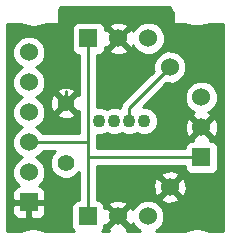
<source format=gbl>
G04 (created by PCBNEW (2013-07-07 BZR 4022)-stable) date 5/1/2015 4:40:17 PM*
%MOIN*%
G04 Gerber Fmt 3.4, Leading zero omitted, Abs format*
%FSLAX34Y34*%
G01*
G70*
G90*
G04 APERTURE LIST*
%ADD10C,0.00590551*%
%ADD11C,0.0433071*%
%ADD12R,0.06X0.06*%
%ADD13C,0.06*%
%ADD14C,0.055*%
%ADD15C,0.01*%
G04 APERTURE END LIST*
G54D10*
G54D11*
X15342Y-12038D03*
X14842Y-12038D03*
X14342Y-12038D03*
X13842Y-12038D03*
G54D12*
X13480Y-9288D03*
G54D13*
X14480Y-9288D03*
X15480Y-9288D03*
G54D12*
X13468Y-15220D03*
G54D13*
X14468Y-15220D03*
X15468Y-15220D03*
G54D12*
X17250Y-13250D03*
G54D13*
X17250Y-12250D03*
X17250Y-11250D03*
G54D12*
X11500Y-14750D03*
G54D13*
X11500Y-13750D03*
X11500Y-12750D03*
X11500Y-11750D03*
X11500Y-10750D03*
X11500Y-9750D03*
G54D14*
X12726Y-13440D03*
X12726Y-11440D03*
G54D13*
X16200Y-14240D03*
X16200Y-10240D03*
G54D15*
X12726Y-11440D02*
X12726Y-11060D01*
X12736Y-11050D02*
X12726Y-11050D01*
X12726Y-11060D02*
X12736Y-11050D01*
X12726Y-11050D02*
X12726Y-11244D01*
X11500Y-12750D02*
X13464Y-12750D01*
X13464Y-12750D02*
X13468Y-12746D01*
X13468Y-13136D02*
X13468Y-12746D01*
X13468Y-12746D02*
X13468Y-9300D01*
X13468Y-9300D02*
X13480Y-9288D01*
X13990Y-13250D02*
X13486Y-13250D01*
X13486Y-13250D02*
X13468Y-13268D01*
X13468Y-15220D02*
X13468Y-13268D01*
X13468Y-13268D02*
X13468Y-13136D01*
X15970Y-13250D02*
X13990Y-13250D01*
X17250Y-13250D02*
X15970Y-13250D01*
X14842Y-12038D02*
X14842Y-11598D01*
X14842Y-11598D02*
X16200Y-10240D01*
G54D10*
G36*
X17980Y-15700D02*
X17804Y-15700D01*
X17804Y-12331D01*
X17800Y-12238D01*
X17800Y-11141D01*
X17716Y-10938D01*
X17561Y-10784D01*
X17359Y-10700D01*
X17141Y-10699D01*
X16938Y-10783D01*
X16784Y-10938D01*
X16700Y-11140D01*
X16699Y-11358D01*
X16783Y-11561D01*
X16938Y-11715D01*
X17013Y-11747D01*
X16962Y-11768D01*
X16934Y-11864D01*
X17250Y-12179D01*
X17565Y-11864D01*
X17537Y-11768D01*
X17482Y-11749D01*
X17561Y-11716D01*
X17715Y-11561D01*
X17799Y-11359D01*
X17800Y-11141D01*
X17800Y-12238D01*
X17793Y-12113D01*
X17731Y-11962D01*
X17635Y-11934D01*
X17320Y-12250D01*
X17635Y-12565D01*
X17731Y-12537D01*
X17804Y-12331D01*
X17804Y-15700D01*
X17503Y-15700D01*
X17410Y-15661D01*
X17409Y-15661D01*
X17153Y-15610D01*
X17152Y-15610D01*
X17047Y-15610D01*
X16788Y-15661D01*
X16754Y-15676D01*
X16754Y-14321D01*
X16743Y-14103D01*
X16681Y-13952D01*
X16585Y-13924D01*
X16515Y-13995D01*
X16515Y-13854D01*
X16487Y-13758D01*
X16281Y-13685D01*
X16063Y-13696D01*
X15912Y-13758D01*
X15884Y-13854D01*
X16200Y-14169D01*
X16515Y-13854D01*
X16515Y-13995D01*
X16270Y-14240D01*
X16585Y-14555D01*
X16681Y-14527D01*
X16754Y-14321D01*
X16754Y-15676D01*
X16697Y-15700D01*
X16515Y-15700D01*
X16515Y-14625D01*
X16200Y-14310D01*
X16129Y-14381D01*
X16129Y-14240D01*
X15814Y-13924D01*
X15718Y-13952D01*
X15645Y-14158D01*
X15656Y-14376D01*
X15718Y-14527D01*
X15814Y-14555D01*
X16129Y-14240D01*
X16129Y-14381D01*
X15884Y-14625D01*
X15912Y-14721D01*
X16118Y-14794D01*
X16336Y-14783D01*
X16487Y-14721D01*
X16515Y-14625D01*
X16515Y-15700D01*
X15746Y-15700D01*
X15779Y-15686D01*
X15933Y-15531D01*
X16017Y-15329D01*
X16018Y-15111D01*
X15934Y-14908D01*
X15779Y-14754D01*
X15577Y-14670D01*
X15359Y-14669D01*
X15156Y-14753D01*
X15002Y-14908D01*
X14970Y-14983D01*
X14949Y-14932D01*
X14853Y-14904D01*
X14783Y-14975D01*
X14783Y-14834D01*
X14755Y-14738D01*
X14549Y-14665D01*
X14331Y-14676D01*
X14180Y-14738D01*
X14152Y-14834D01*
X14468Y-15149D01*
X14783Y-14834D01*
X14783Y-14975D01*
X14538Y-15220D01*
X14853Y-15535D01*
X14949Y-15507D01*
X14968Y-15452D01*
X15001Y-15531D01*
X15156Y-15685D01*
X15189Y-15700D01*
X14756Y-15700D01*
X14783Y-15605D01*
X14468Y-15290D01*
X14152Y-15605D01*
X14179Y-15700D01*
X13941Y-15700D01*
X13979Y-15661D01*
X14017Y-15569D01*
X14018Y-15516D01*
X14082Y-15535D01*
X14397Y-15220D01*
X14082Y-14904D01*
X14018Y-14923D01*
X14018Y-14870D01*
X13980Y-14778D01*
X13909Y-14708D01*
X13817Y-14670D01*
X13768Y-14670D01*
X13768Y-13550D01*
X13990Y-13550D01*
X15970Y-13550D01*
X16699Y-13550D01*
X16699Y-13599D01*
X16737Y-13691D01*
X16808Y-13761D01*
X16900Y-13799D01*
X16999Y-13800D01*
X17599Y-13800D01*
X17691Y-13762D01*
X17761Y-13691D01*
X17799Y-13599D01*
X17800Y-13500D01*
X17800Y-12900D01*
X17762Y-12808D01*
X17691Y-12738D01*
X17599Y-12700D01*
X17546Y-12699D01*
X17565Y-12635D01*
X17250Y-12320D01*
X17179Y-12391D01*
X17179Y-12250D01*
X16864Y-11934D01*
X16768Y-11962D01*
X16695Y-12168D01*
X16706Y-12386D01*
X16768Y-12537D01*
X16864Y-12565D01*
X17179Y-12250D01*
X17179Y-12391D01*
X16934Y-12635D01*
X16953Y-12699D01*
X16900Y-12699D01*
X16808Y-12737D01*
X16738Y-12808D01*
X16700Y-12900D01*
X16700Y-12950D01*
X15970Y-12950D01*
X13990Y-12950D01*
X13768Y-12950D01*
X13768Y-12746D01*
X13768Y-12504D01*
X13934Y-12504D01*
X14092Y-12439D01*
X14248Y-12504D01*
X14434Y-12504D01*
X14592Y-12439D01*
X14748Y-12504D01*
X14934Y-12504D01*
X15092Y-12439D01*
X15248Y-12504D01*
X15434Y-12504D01*
X15605Y-12433D01*
X15737Y-12302D01*
X15808Y-12131D01*
X15808Y-11945D01*
X15737Y-11774D01*
X15606Y-11642D01*
X15435Y-11571D01*
X15292Y-11571D01*
X16078Y-10785D01*
X16090Y-10789D01*
X16308Y-10790D01*
X16511Y-10706D01*
X16665Y-10551D01*
X16749Y-10349D01*
X16750Y-10131D01*
X16666Y-9928D01*
X16511Y-9774D01*
X16309Y-9690D01*
X16091Y-9689D01*
X16030Y-9715D01*
X16030Y-9179D01*
X15946Y-8976D01*
X15791Y-8822D01*
X15589Y-8738D01*
X15371Y-8737D01*
X15168Y-8821D01*
X15014Y-8976D01*
X14982Y-9051D01*
X14961Y-9000D01*
X14865Y-8972D01*
X14795Y-9043D01*
X14795Y-8902D01*
X14767Y-8806D01*
X14561Y-8733D01*
X14343Y-8744D01*
X14192Y-8806D01*
X14164Y-8902D01*
X14480Y-9217D01*
X14795Y-8902D01*
X14795Y-9043D01*
X14550Y-9288D01*
X14865Y-9603D01*
X14961Y-9575D01*
X14980Y-9520D01*
X15013Y-9599D01*
X15168Y-9753D01*
X15370Y-9837D01*
X15588Y-9838D01*
X15791Y-9754D01*
X15945Y-9599D01*
X16029Y-9397D01*
X16030Y-9179D01*
X16030Y-9715D01*
X15888Y-9773D01*
X15734Y-9928D01*
X15650Y-10130D01*
X15649Y-10348D01*
X15654Y-10360D01*
X14795Y-11220D01*
X14795Y-9673D01*
X14480Y-9358D01*
X14164Y-9673D01*
X14192Y-9769D01*
X14398Y-9842D01*
X14616Y-9831D01*
X14767Y-9769D01*
X14795Y-9673D01*
X14795Y-11220D01*
X14629Y-11385D01*
X14564Y-11483D01*
X14542Y-11598D01*
X14542Y-11615D01*
X14435Y-11571D01*
X14249Y-11571D01*
X14091Y-11636D01*
X13935Y-11571D01*
X13768Y-11571D01*
X13768Y-9838D01*
X13829Y-9838D01*
X13921Y-9800D01*
X13991Y-9729D01*
X14029Y-9637D01*
X14030Y-9584D01*
X14094Y-9603D01*
X14409Y-9288D01*
X14094Y-8972D01*
X14030Y-8991D01*
X14030Y-8938D01*
X13992Y-8846D01*
X13921Y-8776D01*
X13829Y-8738D01*
X13730Y-8737D01*
X13130Y-8737D01*
X13038Y-8775D01*
X12968Y-8846D01*
X12930Y-8938D01*
X12929Y-9037D01*
X12929Y-9637D01*
X12967Y-9729D01*
X13038Y-9799D01*
X13130Y-9837D01*
X13168Y-9837D01*
X13168Y-11162D01*
X13093Y-11142D01*
X13023Y-11213D01*
X13023Y-11072D01*
X12998Y-10979D01*
X12801Y-10910D01*
X12593Y-10921D01*
X12453Y-10979D01*
X12428Y-11072D01*
X12726Y-11369D01*
X13023Y-11072D01*
X13023Y-11213D01*
X12796Y-11440D01*
X13093Y-11737D01*
X13168Y-11717D01*
X13168Y-12450D01*
X13023Y-12450D01*
X13023Y-11807D01*
X12726Y-11510D01*
X12655Y-11581D01*
X12655Y-11440D01*
X12358Y-11142D01*
X12265Y-11167D01*
X12196Y-11364D01*
X12207Y-11572D01*
X12265Y-11712D01*
X12358Y-11737D01*
X12655Y-11440D01*
X12655Y-11581D01*
X12428Y-11807D01*
X12453Y-11900D01*
X12650Y-11969D01*
X12858Y-11958D01*
X12998Y-11900D01*
X13023Y-11807D01*
X13023Y-12450D01*
X11971Y-12450D01*
X11966Y-12438D01*
X11811Y-12284D01*
X11730Y-12250D01*
X11811Y-12216D01*
X11965Y-12061D01*
X12049Y-11859D01*
X12050Y-11641D01*
X11966Y-11438D01*
X11811Y-11284D01*
X11730Y-11250D01*
X11811Y-11216D01*
X11965Y-11061D01*
X12049Y-10859D01*
X12050Y-10641D01*
X11966Y-10438D01*
X11811Y-10284D01*
X11730Y-10250D01*
X11811Y-10216D01*
X11965Y-10061D01*
X12049Y-9859D01*
X12050Y-9641D01*
X11966Y-9438D01*
X11811Y-9284D01*
X11609Y-9200D01*
X11391Y-9199D01*
X11188Y-9283D01*
X11034Y-9438D01*
X10950Y-9640D01*
X10949Y-9858D01*
X11033Y-10061D01*
X11188Y-10215D01*
X11269Y-10249D01*
X11188Y-10283D01*
X11034Y-10438D01*
X10950Y-10640D01*
X10949Y-10858D01*
X11033Y-11061D01*
X11188Y-11215D01*
X11269Y-11249D01*
X11188Y-11283D01*
X11034Y-11438D01*
X10950Y-11640D01*
X10949Y-11858D01*
X11033Y-12061D01*
X11188Y-12215D01*
X11269Y-12249D01*
X11188Y-12283D01*
X11034Y-12438D01*
X10950Y-12640D01*
X10949Y-12858D01*
X11033Y-13061D01*
X11188Y-13215D01*
X11269Y-13249D01*
X11188Y-13283D01*
X11034Y-13438D01*
X10950Y-13640D01*
X10949Y-13858D01*
X11033Y-14061D01*
X11172Y-14200D01*
X11150Y-14200D01*
X11058Y-14238D01*
X10987Y-14308D01*
X10949Y-14400D01*
X10950Y-14637D01*
X11012Y-14700D01*
X11450Y-14700D01*
X11450Y-14692D01*
X11550Y-14692D01*
X11550Y-14700D01*
X11987Y-14700D01*
X12050Y-14637D01*
X12050Y-14400D01*
X12012Y-14308D01*
X11941Y-14238D01*
X11849Y-14200D01*
X11827Y-14200D01*
X11965Y-14061D01*
X12049Y-13859D01*
X12050Y-13641D01*
X11966Y-13438D01*
X11811Y-13284D01*
X11730Y-13250D01*
X11811Y-13216D01*
X11965Y-13061D01*
X11970Y-13050D01*
X12373Y-13050D01*
X12281Y-13142D01*
X12201Y-13335D01*
X12200Y-13543D01*
X12280Y-13737D01*
X12428Y-13884D01*
X12621Y-13964D01*
X12829Y-13965D01*
X13023Y-13885D01*
X13168Y-13740D01*
X13168Y-14669D01*
X13118Y-14669D01*
X13026Y-14707D01*
X12956Y-14778D01*
X12918Y-14870D01*
X12917Y-14969D01*
X12917Y-15569D01*
X12955Y-15661D01*
X12994Y-15700D01*
X12053Y-15700D01*
X12050Y-15698D01*
X12050Y-15099D01*
X12050Y-14862D01*
X11987Y-14800D01*
X11550Y-14800D01*
X11550Y-15237D01*
X11612Y-15300D01*
X11750Y-15300D01*
X11849Y-15299D01*
X11941Y-15261D01*
X12012Y-15191D01*
X12050Y-15099D01*
X12050Y-15698D01*
X11960Y-15661D01*
X11959Y-15661D01*
X11703Y-15610D01*
X11702Y-15610D01*
X11597Y-15610D01*
X11450Y-15639D01*
X11450Y-15237D01*
X11450Y-14800D01*
X11012Y-14800D01*
X10950Y-14862D01*
X10949Y-15099D01*
X10987Y-15191D01*
X11058Y-15261D01*
X11150Y-15299D01*
X11249Y-15300D01*
X11387Y-15300D01*
X11450Y-15237D01*
X11450Y-15639D01*
X11338Y-15661D01*
X11247Y-15700D01*
X10769Y-15700D01*
X10769Y-8800D01*
X11237Y-8800D01*
X11240Y-8801D01*
X11241Y-8802D01*
X11338Y-8843D01*
X11597Y-8894D01*
X11702Y-8894D01*
X11703Y-8894D01*
X11959Y-8843D01*
X11960Y-8843D01*
X12057Y-8802D01*
X12062Y-8800D01*
X12516Y-8800D01*
X12516Y-8319D01*
X12538Y-8266D01*
X12542Y-8246D01*
X16205Y-8246D01*
X16206Y-8254D01*
X16206Y-8255D01*
X16247Y-8352D01*
X16308Y-8444D01*
X16308Y-8800D01*
X16704Y-8800D01*
X16783Y-8833D01*
X16984Y-8873D01*
X17033Y-8883D01*
X17033Y-8883D01*
X17037Y-8883D01*
X17042Y-8884D01*
X17103Y-8884D01*
X17138Y-8885D01*
X17141Y-8884D01*
X17147Y-8884D01*
X17148Y-8884D01*
X17202Y-8873D01*
X17395Y-8838D01*
X17395Y-8838D01*
X17491Y-8800D01*
X17980Y-8800D01*
X17980Y-15700D01*
X17980Y-15700D01*
G37*
G54D15*
X17980Y-15700D02*
X17804Y-15700D01*
X17804Y-12331D01*
X17800Y-12238D01*
X17800Y-11141D01*
X17716Y-10938D01*
X17561Y-10784D01*
X17359Y-10700D01*
X17141Y-10699D01*
X16938Y-10783D01*
X16784Y-10938D01*
X16700Y-11140D01*
X16699Y-11358D01*
X16783Y-11561D01*
X16938Y-11715D01*
X17013Y-11747D01*
X16962Y-11768D01*
X16934Y-11864D01*
X17250Y-12179D01*
X17565Y-11864D01*
X17537Y-11768D01*
X17482Y-11749D01*
X17561Y-11716D01*
X17715Y-11561D01*
X17799Y-11359D01*
X17800Y-11141D01*
X17800Y-12238D01*
X17793Y-12113D01*
X17731Y-11962D01*
X17635Y-11934D01*
X17320Y-12250D01*
X17635Y-12565D01*
X17731Y-12537D01*
X17804Y-12331D01*
X17804Y-15700D01*
X17503Y-15700D01*
X17410Y-15661D01*
X17409Y-15661D01*
X17153Y-15610D01*
X17152Y-15610D01*
X17047Y-15610D01*
X16788Y-15661D01*
X16754Y-15676D01*
X16754Y-14321D01*
X16743Y-14103D01*
X16681Y-13952D01*
X16585Y-13924D01*
X16515Y-13995D01*
X16515Y-13854D01*
X16487Y-13758D01*
X16281Y-13685D01*
X16063Y-13696D01*
X15912Y-13758D01*
X15884Y-13854D01*
X16200Y-14169D01*
X16515Y-13854D01*
X16515Y-13995D01*
X16270Y-14240D01*
X16585Y-14555D01*
X16681Y-14527D01*
X16754Y-14321D01*
X16754Y-15676D01*
X16697Y-15700D01*
X16515Y-15700D01*
X16515Y-14625D01*
X16200Y-14310D01*
X16129Y-14381D01*
X16129Y-14240D01*
X15814Y-13924D01*
X15718Y-13952D01*
X15645Y-14158D01*
X15656Y-14376D01*
X15718Y-14527D01*
X15814Y-14555D01*
X16129Y-14240D01*
X16129Y-14381D01*
X15884Y-14625D01*
X15912Y-14721D01*
X16118Y-14794D01*
X16336Y-14783D01*
X16487Y-14721D01*
X16515Y-14625D01*
X16515Y-15700D01*
X15746Y-15700D01*
X15779Y-15686D01*
X15933Y-15531D01*
X16017Y-15329D01*
X16018Y-15111D01*
X15934Y-14908D01*
X15779Y-14754D01*
X15577Y-14670D01*
X15359Y-14669D01*
X15156Y-14753D01*
X15002Y-14908D01*
X14970Y-14983D01*
X14949Y-14932D01*
X14853Y-14904D01*
X14783Y-14975D01*
X14783Y-14834D01*
X14755Y-14738D01*
X14549Y-14665D01*
X14331Y-14676D01*
X14180Y-14738D01*
X14152Y-14834D01*
X14468Y-15149D01*
X14783Y-14834D01*
X14783Y-14975D01*
X14538Y-15220D01*
X14853Y-15535D01*
X14949Y-15507D01*
X14968Y-15452D01*
X15001Y-15531D01*
X15156Y-15685D01*
X15189Y-15700D01*
X14756Y-15700D01*
X14783Y-15605D01*
X14468Y-15290D01*
X14152Y-15605D01*
X14179Y-15700D01*
X13941Y-15700D01*
X13979Y-15661D01*
X14017Y-15569D01*
X14018Y-15516D01*
X14082Y-15535D01*
X14397Y-15220D01*
X14082Y-14904D01*
X14018Y-14923D01*
X14018Y-14870D01*
X13980Y-14778D01*
X13909Y-14708D01*
X13817Y-14670D01*
X13768Y-14670D01*
X13768Y-13550D01*
X13990Y-13550D01*
X15970Y-13550D01*
X16699Y-13550D01*
X16699Y-13599D01*
X16737Y-13691D01*
X16808Y-13761D01*
X16900Y-13799D01*
X16999Y-13800D01*
X17599Y-13800D01*
X17691Y-13762D01*
X17761Y-13691D01*
X17799Y-13599D01*
X17800Y-13500D01*
X17800Y-12900D01*
X17762Y-12808D01*
X17691Y-12738D01*
X17599Y-12700D01*
X17546Y-12699D01*
X17565Y-12635D01*
X17250Y-12320D01*
X17179Y-12391D01*
X17179Y-12250D01*
X16864Y-11934D01*
X16768Y-11962D01*
X16695Y-12168D01*
X16706Y-12386D01*
X16768Y-12537D01*
X16864Y-12565D01*
X17179Y-12250D01*
X17179Y-12391D01*
X16934Y-12635D01*
X16953Y-12699D01*
X16900Y-12699D01*
X16808Y-12737D01*
X16738Y-12808D01*
X16700Y-12900D01*
X16700Y-12950D01*
X15970Y-12950D01*
X13990Y-12950D01*
X13768Y-12950D01*
X13768Y-12746D01*
X13768Y-12504D01*
X13934Y-12504D01*
X14092Y-12439D01*
X14248Y-12504D01*
X14434Y-12504D01*
X14592Y-12439D01*
X14748Y-12504D01*
X14934Y-12504D01*
X15092Y-12439D01*
X15248Y-12504D01*
X15434Y-12504D01*
X15605Y-12433D01*
X15737Y-12302D01*
X15808Y-12131D01*
X15808Y-11945D01*
X15737Y-11774D01*
X15606Y-11642D01*
X15435Y-11571D01*
X15292Y-11571D01*
X16078Y-10785D01*
X16090Y-10789D01*
X16308Y-10790D01*
X16511Y-10706D01*
X16665Y-10551D01*
X16749Y-10349D01*
X16750Y-10131D01*
X16666Y-9928D01*
X16511Y-9774D01*
X16309Y-9690D01*
X16091Y-9689D01*
X16030Y-9715D01*
X16030Y-9179D01*
X15946Y-8976D01*
X15791Y-8822D01*
X15589Y-8738D01*
X15371Y-8737D01*
X15168Y-8821D01*
X15014Y-8976D01*
X14982Y-9051D01*
X14961Y-9000D01*
X14865Y-8972D01*
X14795Y-9043D01*
X14795Y-8902D01*
X14767Y-8806D01*
X14561Y-8733D01*
X14343Y-8744D01*
X14192Y-8806D01*
X14164Y-8902D01*
X14480Y-9217D01*
X14795Y-8902D01*
X14795Y-9043D01*
X14550Y-9288D01*
X14865Y-9603D01*
X14961Y-9575D01*
X14980Y-9520D01*
X15013Y-9599D01*
X15168Y-9753D01*
X15370Y-9837D01*
X15588Y-9838D01*
X15791Y-9754D01*
X15945Y-9599D01*
X16029Y-9397D01*
X16030Y-9179D01*
X16030Y-9715D01*
X15888Y-9773D01*
X15734Y-9928D01*
X15650Y-10130D01*
X15649Y-10348D01*
X15654Y-10360D01*
X14795Y-11220D01*
X14795Y-9673D01*
X14480Y-9358D01*
X14164Y-9673D01*
X14192Y-9769D01*
X14398Y-9842D01*
X14616Y-9831D01*
X14767Y-9769D01*
X14795Y-9673D01*
X14795Y-11220D01*
X14629Y-11385D01*
X14564Y-11483D01*
X14542Y-11598D01*
X14542Y-11615D01*
X14435Y-11571D01*
X14249Y-11571D01*
X14091Y-11636D01*
X13935Y-11571D01*
X13768Y-11571D01*
X13768Y-9838D01*
X13829Y-9838D01*
X13921Y-9800D01*
X13991Y-9729D01*
X14029Y-9637D01*
X14030Y-9584D01*
X14094Y-9603D01*
X14409Y-9288D01*
X14094Y-8972D01*
X14030Y-8991D01*
X14030Y-8938D01*
X13992Y-8846D01*
X13921Y-8776D01*
X13829Y-8738D01*
X13730Y-8737D01*
X13130Y-8737D01*
X13038Y-8775D01*
X12968Y-8846D01*
X12930Y-8938D01*
X12929Y-9037D01*
X12929Y-9637D01*
X12967Y-9729D01*
X13038Y-9799D01*
X13130Y-9837D01*
X13168Y-9837D01*
X13168Y-11162D01*
X13093Y-11142D01*
X13023Y-11213D01*
X13023Y-11072D01*
X12998Y-10979D01*
X12801Y-10910D01*
X12593Y-10921D01*
X12453Y-10979D01*
X12428Y-11072D01*
X12726Y-11369D01*
X13023Y-11072D01*
X13023Y-11213D01*
X12796Y-11440D01*
X13093Y-11737D01*
X13168Y-11717D01*
X13168Y-12450D01*
X13023Y-12450D01*
X13023Y-11807D01*
X12726Y-11510D01*
X12655Y-11581D01*
X12655Y-11440D01*
X12358Y-11142D01*
X12265Y-11167D01*
X12196Y-11364D01*
X12207Y-11572D01*
X12265Y-11712D01*
X12358Y-11737D01*
X12655Y-11440D01*
X12655Y-11581D01*
X12428Y-11807D01*
X12453Y-11900D01*
X12650Y-11969D01*
X12858Y-11958D01*
X12998Y-11900D01*
X13023Y-11807D01*
X13023Y-12450D01*
X11971Y-12450D01*
X11966Y-12438D01*
X11811Y-12284D01*
X11730Y-12250D01*
X11811Y-12216D01*
X11965Y-12061D01*
X12049Y-11859D01*
X12050Y-11641D01*
X11966Y-11438D01*
X11811Y-11284D01*
X11730Y-11250D01*
X11811Y-11216D01*
X11965Y-11061D01*
X12049Y-10859D01*
X12050Y-10641D01*
X11966Y-10438D01*
X11811Y-10284D01*
X11730Y-10250D01*
X11811Y-10216D01*
X11965Y-10061D01*
X12049Y-9859D01*
X12050Y-9641D01*
X11966Y-9438D01*
X11811Y-9284D01*
X11609Y-9200D01*
X11391Y-9199D01*
X11188Y-9283D01*
X11034Y-9438D01*
X10950Y-9640D01*
X10949Y-9858D01*
X11033Y-10061D01*
X11188Y-10215D01*
X11269Y-10249D01*
X11188Y-10283D01*
X11034Y-10438D01*
X10950Y-10640D01*
X10949Y-10858D01*
X11033Y-11061D01*
X11188Y-11215D01*
X11269Y-11249D01*
X11188Y-11283D01*
X11034Y-11438D01*
X10950Y-11640D01*
X10949Y-11858D01*
X11033Y-12061D01*
X11188Y-12215D01*
X11269Y-12249D01*
X11188Y-12283D01*
X11034Y-12438D01*
X10950Y-12640D01*
X10949Y-12858D01*
X11033Y-13061D01*
X11188Y-13215D01*
X11269Y-13249D01*
X11188Y-13283D01*
X11034Y-13438D01*
X10950Y-13640D01*
X10949Y-13858D01*
X11033Y-14061D01*
X11172Y-14200D01*
X11150Y-14200D01*
X11058Y-14238D01*
X10987Y-14308D01*
X10949Y-14400D01*
X10950Y-14637D01*
X11012Y-14700D01*
X11450Y-14700D01*
X11450Y-14692D01*
X11550Y-14692D01*
X11550Y-14700D01*
X11987Y-14700D01*
X12050Y-14637D01*
X12050Y-14400D01*
X12012Y-14308D01*
X11941Y-14238D01*
X11849Y-14200D01*
X11827Y-14200D01*
X11965Y-14061D01*
X12049Y-13859D01*
X12050Y-13641D01*
X11966Y-13438D01*
X11811Y-13284D01*
X11730Y-13250D01*
X11811Y-13216D01*
X11965Y-13061D01*
X11970Y-13050D01*
X12373Y-13050D01*
X12281Y-13142D01*
X12201Y-13335D01*
X12200Y-13543D01*
X12280Y-13737D01*
X12428Y-13884D01*
X12621Y-13964D01*
X12829Y-13965D01*
X13023Y-13885D01*
X13168Y-13740D01*
X13168Y-14669D01*
X13118Y-14669D01*
X13026Y-14707D01*
X12956Y-14778D01*
X12918Y-14870D01*
X12917Y-14969D01*
X12917Y-15569D01*
X12955Y-15661D01*
X12994Y-15700D01*
X12053Y-15700D01*
X12050Y-15698D01*
X12050Y-15099D01*
X12050Y-14862D01*
X11987Y-14800D01*
X11550Y-14800D01*
X11550Y-15237D01*
X11612Y-15300D01*
X11750Y-15300D01*
X11849Y-15299D01*
X11941Y-15261D01*
X12012Y-15191D01*
X12050Y-15099D01*
X12050Y-15698D01*
X11960Y-15661D01*
X11959Y-15661D01*
X11703Y-15610D01*
X11702Y-15610D01*
X11597Y-15610D01*
X11450Y-15639D01*
X11450Y-15237D01*
X11450Y-14800D01*
X11012Y-14800D01*
X10950Y-14862D01*
X10949Y-15099D01*
X10987Y-15191D01*
X11058Y-15261D01*
X11150Y-15299D01*
X11249Y-15300D01*
X11387Y-15300D01*
X11450Y-15237D01*
X11450Y-15639D01*
X11338Y-15661D01*
X11247Y-15700D01*
X10769Y-15700D01*
X10769Y-8800D01*
X11237Y-8800D01*
X11240Y-8801D01*
X11241Y-8802D01*
X11338Y-8843D01*
X11597Y-8894D01*
X11702Y-8894D01*
X11703Y-8894D01*
X11959Y-8843D01*
X11960Y-8843D01*
X12057Y-8802D01*
X12062Y-8800D01*
X12516Y-8800D01*
X12516Y-8319D01*
X12538Y-8266D01*
X12542Y-8246D01*
X16205Y-8246D01*
X16206Y-8254D01*
X16206Y-8255D01*
X16247Y-8352D01*
X16308Y-8444D01*
X16308Y-8800D01*
X16704Y-8800D01*
X16783Y-8833D01*
X16984Y-8873D01*
X17033Y-8883D01*
X17033Y-8883D01*
X17037Y-8883D01*
X17042Y-8884D01*
X17103Y-8884D01*
X17138Y-8885D01*
X17141Y-8884D01*
X17147Y-8884D01*
X17148Y-8884D01*
X17202Y-8873D01*
X17395Y-8838D01*
X17395Y-8838D01*
X17491Y-8800D01*
X17980Y-8800D01*
X17980Y-15700D01*
M02*

</source>
